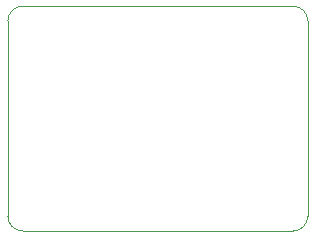
<source format=gm1>
%TF.GenerationSoftware,KiCad,Pcbnew,5.1.6*%
%TF.CreationDate,2020-09-10T19:59:46+02:00*%
%TF.ProjectId,usbc-breakout,75736263-2d62-4726-9561-6b6f75742e6b,rev?*%
%TF.SameCoordinates,Original*%
%TF.FileFunction,Profile,NP*%
%FSLAX46Y46*%
G04 Gerber Fmt 4.6, Leading zero omitted, Abs format (unit mm)*
G04 Created by KiCad (PCBNEW 5.1.6) date 2020-09-10 19:59:46*
%MOMM*%
%LPD*%
G01*
G04 APERTURE LIST*
%TA.AperFunction,Profile*%
%ADD10C,0.050000*%
%TD*%
G04 APERTURE END LIST*
D10*
X50800000Y-81280000D02*
X50800000Y-64770000D01*
X74930000Y-82550000D02*
X52070000Y-82550000D01*
X76200000Y-64770000D02*
X76200000Y-81280000D01*
X52070000Y-63500000D02*
X74930000Y-63500000D01*
X76200000Y-81280000D02*
G75*
G02*
X74930000Y-82550000I-1270000J0D01*
G01*
X52070000Y-82550000D02*
G75*
G02*
X50800000Y-81280000I0J1270000D01*
G01*
X50800000Y-64770000D02*
G75*
G02*
X52070000Y-63500000I1270000J0D01*
G01*
X74930000Y-63500000D02*
G75*
G02*
X76200000Y-64770000I0J-1270000D01*
G01*
M02*

</source>
